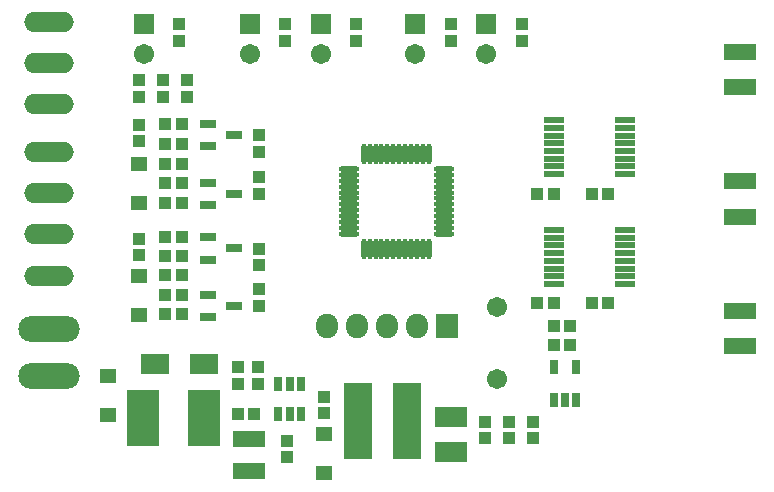
<source format=gts>
G04*
G04 #@! TF.GenerationSoftware,Altium Limited,Altium Designer,19.0.15 (446)*
G04*
G04 Layer_Color=8388736*
%FSTAX24Y24*%
%MOIN*%
G70*
G01*
G75*
%ADD37R,0.1064X0.0552*%
%ADD38R,0.0690X0.0198*%
%ADD39R,0.0434X0.0395*%
%ADD40R,0.0395X0.0434*%
%ADD41R,0.0552X0.0474*%
%ADD42R,0.0533X0.0316*%
%ADD43R,0.0316X0.0513*%
%ADD44C,0.0671*%
%ADD45R,0.1104X0.0671*%
%ADD46R,0.0316X0.0474*%
%ADD47R,0.0926X0.2560*%
%ADD48R,0.1104X0.0552*%
%ADD49R,0.0946X0.0671*%
%ADD50R,0.1064X0.1891*%
%ADD51O,0.0690X0.0178*%
%ADD52O,0.0178X0.0690*%
%ADD53R,0.0671X0.0671*%
%ADD54O,0.2049X0.0867*%
%ADD55O,0.1655X0.0671*%
%ADD56O,0.0730X0.0830*%
%ADD57R,0.0730X0.0830*%
D37*
X040521Y016622D02*
D03*
Y015441D02*
D03*
Y020933D02*
D03*
Y019752D02*
D03*
Y025244D02*
D03*
Y024063D02*
D03*
D38*
X03668Y021167D02*
D03*
Y021423D02*
D03*
Y021679D02*
D03*
Y021935D02*
D03*
Y022191D02*
D03*
Y022447D02*
D03*
Y022703D02*
D03*
Y022959D02*
D03*
X034318D02*
D03*
Y022703D02*
D03*
Y022447D02*
D03*
Y022191D02*
D03*
Y021935D02*
D03*
Y021679D02*
D03*
Y021423D02*
D03*
Y021167D02*
D03*
X03668Y01751D02*
D03*
Y017766D02*
D03*
Y018022D02*
D03*
Y018277D02*
D03*
Y018533D02*
D03*
Y018789D02*
D03*
Y019045D02*
D03*
Y019301D02*
D03*
X034317D02*
D03*
Y019045D02*
D03*
Y018789D02*
D03*
Y018533D02*
D03*
Y018277D02*
D03*
Y018022D02*
D03*
Y017766D02*
D03*
Y01751D02*
D03*
D39*
X022078Y023748D02*
D03*
Y024299D02*
D03*
X020501Y024303D02*
D03*
Y023752D02*
D03*
X021298Y023752D02*
D03*
Y024303D02*
D03*
X020501Y02226D02*
D03*
Y022811D02*
D03*
X020499Y018465D02*
D03*
Y019016D02*
D03*
X024495Y017327D02*
D03*
Y016776D02*
D03*
X024495Y01813D02*
D03*
Y018681D02*
D03*
X024495Y021067D02*
D03*
Y020516D02*
D03*
X024497Y021921D02*
D03*
Y022472D02*
D03*
X021838Y026165D02*
D03*
Y025614D02*
D03*
X033267Y026165D02*
D03*
Y025614D02*
D03*
X030885Y026165D02*
D03*
Y025614D02*
D03*
X027735Y026165D02*
D03*
Y025614D02*
D03*
X025373Y026165D02*
D03*
Y025614D02*
D03*
X033621Y012921D02*
D03*
Y01237D02*
D03*
X032822Y012921D02*
D03*
Y01237D02*
D03*
X032023Y012921D02*
D03*
Y01237D02*
D03*
X025424Y012287D02*
D03*
Y011736D02*
D03*
X024444Y014736D02*
D03*
Y014185D02*
D03*
X023787Y014736D02*
D03*
Y014185D02*
D03*
X026661Y013752D02*
D03*
Y013201D02*
D03*
D40*
X021922Y020201D02*
D03*
X021371D02*
D03*
X021369Y020881D02*
D03*
X02192D02*
D03*
X021922Y021522D02*
D03*
X021371D02*
D03*
X021922Y022182D02*
D03*
X021371D02*
D03*
X021922Y022843D02*
D03*
X021371D02*
D03*
X021921Y016492D02*
D03*
X02137D02*
D03*
X021369Y017138D02*
D03*
X02192D02*
D03*
X02192Y017791D02*
D03*
X021369D02*
D03*
X02192Y019063D02*
D03*
X021369D02*
D03*
X02192Y018433D02*
D03*
X021369D02*
D03*
X035586Y020496D02*
D03*
X036137D02*
D03*
X033767D02*
D03*
X034318D02*
D03*
X033766Y016862D02*
D03*
X034317D02*
D03*
X035585D02*
D03*
X036136D02*
D03*
X034317Y01611D02*
D03*
X034869D02*
D03*
X034318Y015461D02*
D03*
X034869D02*
D03*
X02434Y01316D02*
D03*
X023789D02*
D03*
D41*
X020497Y020204D02*
D03*
Y021505D02*
D03*
X020496Y016483D02*
D03*
Y017784D02*
D03*
X026661Y0112D02*
D03*
Y012501D02*
D03*
X019476Y01445D02*
D03*
Y013149D02*
D03*
D42*
X023674Y016776D02*
D03*
X022789Y016402D02*
D03*
Y01715D02*
D03*
X023674Y018689D02*
D03*
X022789Y018315D02*
D03*
Y019063D02*
D03*
X023674Y020512D02*
D03*
X022789Y020138D02*
D03*
Y020886D02*
D03*
X023676Y022469D02*
D03*
X022791Y022094D02*
D03*
Y022843D02*
D03*
D43*
X034326Y014736D02*
D03*
X035074D02*
D03*
Y013634D02*
D03*
X0347D02*
D03*
X034326D02*
D03*
D44*
X03242Y01674D02*
D03*
Y014354D02*
D03*
X020649Y025157D02*
D03*
X024192D02*
D03*
X026554D02*
D03*
X029704D02*
D03*
X032066D02*
D03*
D45*
X030881Y011902D02*
D03*
Y013083D02*
D03*
D46*
X025887Y013159D02*
D03*
X025513D02*
D03*
X025139D02*
D03*
Y014182D02*
D03*
X025513D02*
D03*
X025887D02*
D03*
D47*
X029422Y012934D02*
D03*
X027789D02*
D03*
D48*
X024145Y01235D02*
D03*
Y011287D02*
D03*
D49*
X021019Y014843D02*
D03*
X022672D02*
D03*
D50*
X020629Y013055D02*
D03*
X022676D02*
D03*
D51*
X030651Y021343D02*
D03*
Y021146D02*
D03*
Y020949D02*
D03*
Y020752D02*
D03*
Y020555D02*
D03*
Y020358D02*
D03*
Y020161D02*
D03*
Y019965D02*
D03*
Y019768D02*
D03*
Y019571D02*
D03*
Y019374D02*
D03*
Y019177D02*
D03*
X027482D02*
D03*
Y019374D02*
D03*
Y019571D02*
D03*
Y019768D02*
D03*
Y019965D02*
D03*
Y020161D02*
D03*
Y020358D02*
D03*
Y020555D02*
D03*
Y020752D02*
D03*
Y020949D02*
D03*
Y021146D02*
D03*
Y021343D02*
D03*
D52*
X030149Y018675D02*
D03*
X029952D02*
D03*
X029755D02*
D03*
X029558D02*
D03*
X029361D02*
D03*
X029165D02*
D03*
X028968D02*
D03*
X028771D02*
D03*
X028574D02*
D03*
X028377D02*
D03*
X02818D02*
D03*
X027983D02*
D03*
Y021844D02*
D03*
X02818D02*
D03*
X028377D02*
D03*
X028574D02*
D03*
X028771D02*
D03*
X028968D02*
D03*
X029165D02*
D03*
X029361D02*
D03*
X029558D02*
D03*
X029755D02*
D03*
X029952D02*
D03*
X030149D02*
D03*
D53*
X020649Y026157D02*
D03*
X024192D02*
D03*
X026554D02*
D03*
X029704D02*
D03*
X032066D02*
D03*
D54*
X017499Y014437D02*
D03*
Y016012D02*
D03*
D55*
Y026248D02*
D03*
Y02487D02*
D03*
Y023492D02*
D03*
Y019161D02*
D03*
Y021917D02*
D03*
Y017783D02*
D03*
Y020539D02*
D03*
D56*
X027755Y016106D02*
D03*
X029745D02*
D03*
X028765D02*
D03*
X026745D02*
D03*
D57*
X030755D02*
D03*
M02*

</source>
